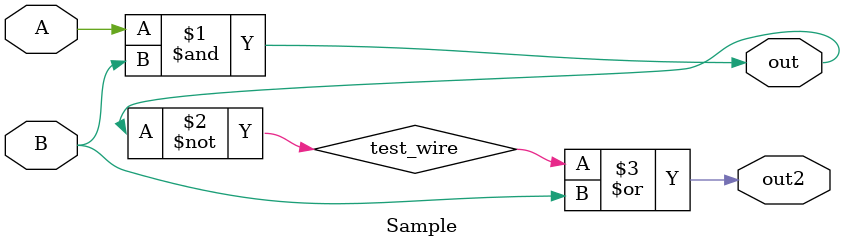
<source format=v>
module Sample(
    input wire A,    // #pragma observe 0:0 control fsm 0:0
    input wire B,    // #pragma observe 0:0
    output wire out, // #pragma control fsm 0:0
    output wire out2
);
    wire test_wire; // #pragma control signal 0:0
    assign out = A&B; 
    assign test_wire = ~out;
    assign out2 = test_wire|B; 
endmodule

</source>
